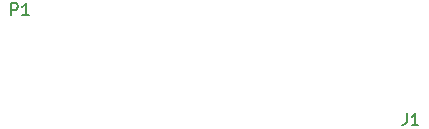
<source format=gbr>
G04 #@! TF.GenerationSoftware,KiCad,Pcbnew,6.0.11-2627ca5db0~126~ubuntu22.04.1*
G04 #@! TF.CreationDate,2023-05-08T08:47:40+02:00*
G04 #@! TF.ProjectId,DIMMCartridge_heaters,44494d4d-4361-4727-9472-696467655f68,rev?*
G04 #@! TF.SameCoordinates,Original*
G04 #@! TF.FileFunction,Legend,Top*
G04 #@! TF.FilePolarity,Positive*
%FSLAX46Y46*%
G04 Gerber Fmt 4.6, Leading zero omitted, Abs format (unit mm)*
G04 Created by KiCad (PCBNEW 6.0.11-2627ca5db0~126~ubuntu22.04.1) date 2023-05-08 08:47:40*
%MOMM*%
%LPD*%
G01*
G04 APERTURE LIST*
%ADD10C,0.150000*%
G04 APERTURE END LIST*
D10*
X105931904Y-122527380D02*
X105931904Y-121527380D01*
X106312857Y-121527380D01*
X106408095Y-121575000D01*
X106455714Y-121622619D01*
X106503333Y-121717857D01*
X106503333Y-121860714D01*
X106455714Y-121955952D01*
X106408095Y-122003571D01*
X106312857Y-122051190D01*
X105931904Y-122051190D01*
X107455714Y-122527380D02*
X106884285Y-122527380D01*
X107170000Y-122527380D02*
X107170000Y-121527380D01*
X107074761Y-121670238D01*
X106979523Y-121765476D01*
X106884285Y-121813095D01*
X139416666Y-130827380D02*
X139416666Y-131541666D01*
X139369047Y-131684523D01*
X139273809Y-131779761D01*
X139130952Y-131827380D01*
X139035714Y-131827380D01*
X140416666Y-131827380D02*
X139845238Y-131827380D01*
X140130952Y-131827380D02*
X140130952Y-130827380D01*
X140035714Y-130970238D01*
X139940476Y-131065476D01*
X139845238Y-131113095D01*
M02*

</source>
